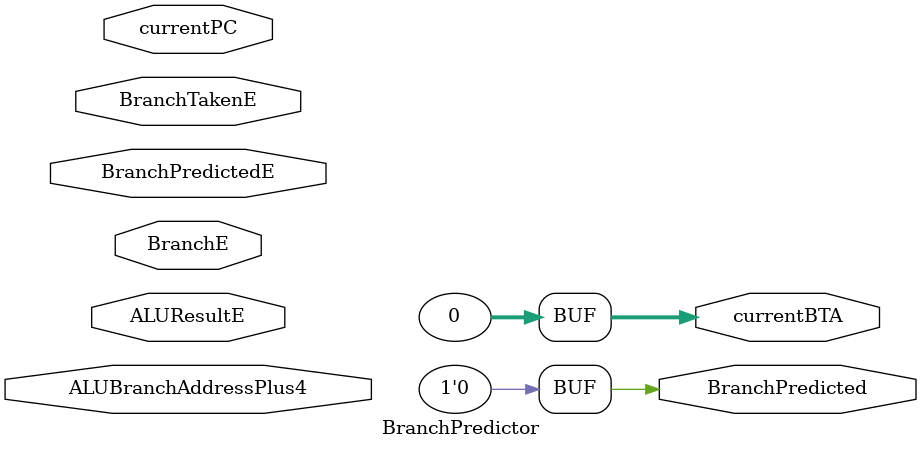
<source format=v>
module BranchPredictor(
	input BranchPredictedE, BranchTakenE, BranchE, 
	input [31:0] ALUResultE, currentPC, ALUBranchAddressPlus4,
	output BranchPredicted,
	output [31:0] currentBTA);

	
assign BranchPredicted = 0;
assign currentBTA = 32'b0;

endmodule

</source>
